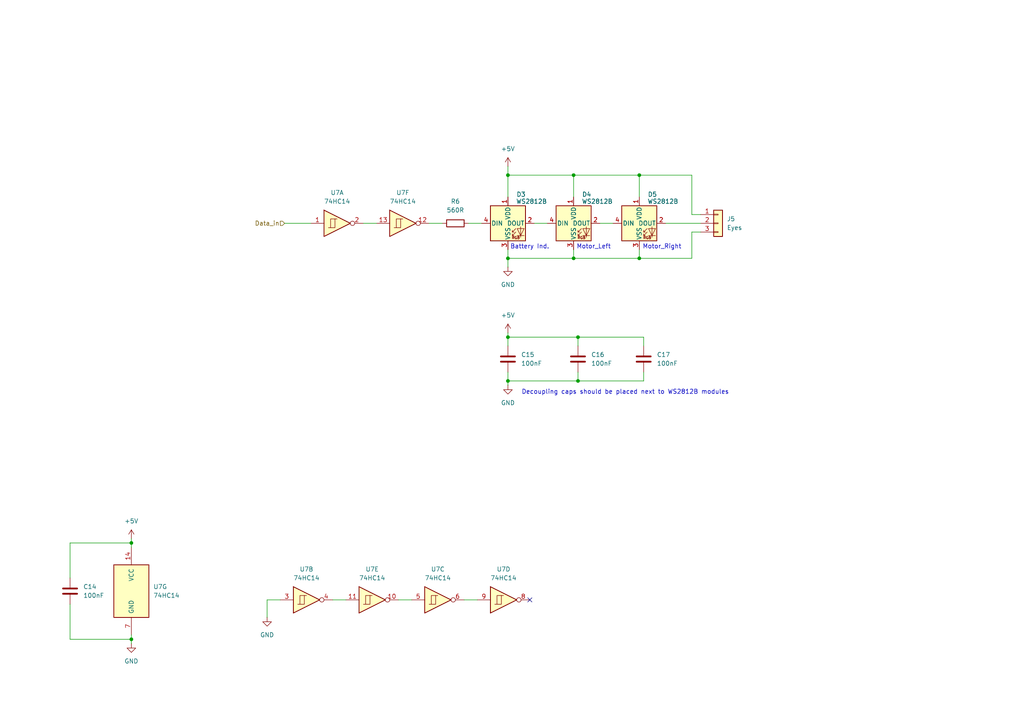
<source format=kicad_sch>
(kicad_sch (version 20231120) (generator "eeschema") (generator_version "8.0")
  (paper "A4")
  (title_block (title "Valiant Turtle 2 - WS2812 Driver") (date "2024-09-27") (rev "1_1") (company "https://www.waitingforfriday.com") (comment 1 "(c) 2024 Simon Inns") (comment 2 "License: Attribution-ShareAlike 4.0 International (CC BY-SA 4.0)"))
  (lib_symbols
    (symbol "74xx:74HC14" (pin_names (offset 1.016))
      (property "Reference" "U" (at 0 1.27 0))
      (property "Value" "74HC14" (at 0 -1.27 0))
      (symbol "74HC14_1_0"
        (polyline (pts (xy -3.81 3.81) (xy -3.81 -3.81) (xy 3.81 0) (xy -3.81 3.81)) (stroke (width 0.254)) (fill (type background)))
        (pin input line (at -7.62 0 0) (length 3.81) (name "~") (number "1"))
        (pin output inverted (at 7.62 0 180) (length 3.81) (name "~") (number "2"))
      )
      (symbol "74HC14_1_1"
        (polyline (pts (xy -1.905 -1.27) (xy -1.905 1.27) (xy -0.635 1.27)))
        (polyline (pts (xy -2.54 -1.27) (xy -0.635 -1.27) (xy -0.635 1.27) (xy 0 1.27)))
      )
      (symbol "74HC14_2_0"
        (polyline (pts (xy -3.81 3.81) (xy -3.81 -3.81) (xy 3.81 0) (xy -3.81 3.81)) (stroke (width 0.254)) (fill (type background)))
        (pin input line (at -7.62 0 0) (length 3.81) (name "~") (number "3"))
        (pin output inverted (at 7.62 0 180) (length 3.81) (name "~") (number "4"))
      )
      (symbol "74HC14_2_1"
        (polyline (pts (xy -1.905 -1.27) (xy -1.905 1.27) (xy -0.635 1.27)))
        (polyline (pts (xy -2.54 -1.27) (xy -0.635 -1.27) (xy -0.635 1.27) (xy 0 1.27)))
      )
      (symbol "74HC14_3_0"
        (polyline (pts (xy -3.81 3.81) (xy -3.81 -3.81) (xy 3.81 0) (xy -3.81 3.81)) (stroke (width 0.254)) (fill (type background)))
        (pin input line (at -7.62 0 0) (length 3.81) (name "~") (number "5"))
        (pin output inverted (at 7.62 0 180) (length 3.81) (name "~") (number "6"))
      )
      (symbol "74HC14_3_1"
        (polyline (pts (xy -1.905 -1.27) (xy -1.905 1.27) (xy -0.635 1.27)))
        (polyline (pts (xy -2.54 -1.27) (xy -0.635 -1.27) (xy -0.635 1.27) (xy 0 1.27)))
      )
      (symbol "74HC14_4_0"
        (polyline (pts (xy -3.81 3.81) (xy -3.81 -3.81) (xy 3.81 0) (xy -3.81 3.81)) (stroke (width 0.254)) (fill (type background)))
        (pin output inverted (at 7.62 0 180) (length 3.81) (name "~") (number "8"))
        (pin input line (at -7.62 0 0) (length 3.81) (name "~") (number "9"))
      )
      (symbol "74HC14_4_1"
        (polyline (pts (xy -1.905 -1.27) (xy -1.905 1.27) (xy -0.635 1.27)))
        (polyline (pts (xy -2.54 -1.27) (xy -0.635 -1.27) (xy -0.635 1.27) (xy 0 1.27)))
      )
      (symbol "74HC14_5_0"
        (polyline (pts (xy -3.81 3.81) (xy -3.81 -3.81) (xy 3.81 0) (xy -3.81 3.81)) (stroke (width 0.254)) (fill (type background)))
        (pin output inverted (at 7.62 0 180) (length 3.81) (name "~") (number "10"))
        (pin input line (at -7.62 0 0) (length 3.81) (name "~") (number "11"))
      )
      (symbol "74HC14_5_1"
        (polyline (pts (xy -1.905 -1.27) (xy -1.905 1.27) (xy -0.635 1.27)))
        (polyline (pts (xy -2.54 -1.27) (xy -0.635 -1.27) (xy -0.635 1.27) (xy 0 1.27)))
      )
      (symbol "74HC14_6_0"
        (polyline (pts (xy -3.81 3.81) (xy -3.81 -3.81) (xy 3.81 0) (xy -3.81 3.81)) (stroke (width 0.254)) (fill (type background)))
        (pin output inverted (at 7.62 0 180) (length 3.81) (name "~") (number "12"))
        (pin input line (at -7.62 0 0) (length 3.81) (name "~") (number "13"))
      )
      (symbol "74HC14_6_1"
        (polyline (pts (xy -1.905 -1.27) (xy -1.905 1.27) (xy -0.635 1.27)))
        (polyline (pts (xy -2.54 -1.27) (xy -0.635 -1.27) (xy -0.635 1.27) (xy 0 1.27)))
      )
      (symbol "74HC14_7_0"
        (pin power_in line (at 0 12.7 270) (length 5.08) (name "VCC") (number "14"))
        (pin power_in line (at 0 -12.7 90) (length 5.08) (name "GND") (number "7"))
      )
      (symbol "74HC14_7_1"
        (rectangle (start -5.08 7.62) (end 5.08 -7.62) (stroke (width 0.254)) (fill (type background)))
      )
    )
    (symbol "Connector_Generic:Conn_01x03" (pin_names (offset 1.016) hide)
      (property "Reference" "J" (at 0 5.08 0))
      (property "Value" "Conn_01x03" (at 0 -5.08 0))
      (symbol "Conn_01x03_1_1"
        (rectangle (start -1.27 -2.413) (end 0 -2.667) (stroke (width 0.1524)))
        (rectangle (start -1.27 0.127) (end 0 -0.127) (stroke (width 0.1524)))
        (rectangle (start -1.27 2.667) (end 0 2.413) (stroke (width 0.1524)))
        (rectangle (start -1.27 3.81) (end 1.27 -3.81) (stroke (width 0.254)) (fill (type background)))
        (pin passive line (at -5.08 2.54 0) (length 3.81) (name "Pin_1") (number "1"))
        (pin passive line (at -5.08 0 0) (length 3.81) (name "Pin_2") (number "2"))
        (pin passive line (at -5.08 -2.54 0) (length 3.81) (name "Pin_3") (number "3"))
      )
    )
    (symbol "Device:C" (pin_numbers hide) (pin_names (offset 0.254))
      (property "Reference" "C" (at 0.635 2.54 0))
      (property "Value" "C" (at 0.635 -2.54 0))
      (symbol "C_0_1"
        (polyline (pts (xy -2.032 -0.762) (xy 2.032 -0.762)) (stroke (width 0.508)))
        (polyline (pts (xy -2.032 0.762) (xy 2.032 0.762)) (stroke (width 0.508)))
      )
      (symbol "C_1_1"
        (pin passive line (at 0 3.81 270) (length 2.794) (name "~") (number "1"))
        (pin passive line (at 0 -3.81 90) (length 2.794) (name "~") (number "2"))
      )
    )
    (symbol "Device:R" (pin_numbers hide) (pin_names (offset 0))
      (property "Reference" "R" (at 2.032 0 90))
      (property "Value" "R" (at 0 0 90))
      (symbol "R_0_1"
        (rectangle (start -1.016 -2.54) (end 1.016 2.54) (stroke (width 0.254)))
      )
      (symbol "R_1_1"
        (pin passive line (at 0 3.81 270) (length 1.27) (name "~") (number "1"))
        (pin passive line (at 0 -3.81 90) (length 1.27) (name "~") (number "2"))
      )
    )
    (symbol "LED:WS2812B" (pin_names (offset 0.254))
      (property "Reference" "D" (at 5.08 5.715 0))
      (property "Value" "WS2812B" (at 1.27 -5.715 0))
      (symbol "WS2812B_0_0"
        (text "RGB" (at 2.286 -4.191 0) (effects (font (size 0.762 0.762))))
      )
      (symbol "WS2812B_0_1"
        (polyline (pts (xy 1.27 -3.556) (xy 1.778 -3.556)))
        (polyline (pts (xy 1.27 -2.54) (xy 1.778 -2.54)))
        (polyline (pts (xy 4.699 -3.556) (xy 2.667 -3.556)))
        (polyline (pts (xy 2.286 -2.54) (xy 1.27 -3.556) (xy 1.27 -3.048)))
        (polyline (pts (xy 2.286 -1.524) (xy 1.27 -2.54) (xy 1.27 -2.032)))
        (polyline (pts (xy 3.683 -1.016) (xy 3.683 -3.556) (xy 3.683 -4.064)))
        (polyline (pts (xy 4.699 -1.524) (xy 2.667 -1.524) (xy 3.683 -3.556) (xy 4.699 -1.524)))
        (rectangle (start 5.08 5.08) (end -5.08 -5.08) (stroke (width 0.254)) (fill (type background)))
      )
      (symbol "WS2812B_1_1"
        (pin power_in line (at 0 7.62 270) (length 2.54) (name "VDD") (number "1"))
        (pin output line (at 7.62 0 180) (length 2.54) (name "DOUT") (number "2"))
        (pin power_in line (at 0 -7.62 90) (length 2.54) (name "VSS") (number "3"))
        (pin input line (at -7.62 0 0) (length 2.54) (name "DIN") (number "4"))
      )
    )
    (symbol "power:+5V" (power) (pin_names (offset 0))
      (property "Value" "+5V" (at 0 3.556 0))
      (symbol "+5V_0_1"
        (polyline (pts (xy -0.762 1.27) (xy 0 2.54)))
        (polyline (pts (xy 0 0) (xy 0 2.54)))
        (polyline (pts (xy 0 2.54) (xy 0.762 1.27)))
      )
      (symbol "+5V_1_1"
        (pin power_in line (at 0 0 90) (length 0) hide (name "+5V") (number "1"))
      )
    )
    (symbol "power:GND" (power) (pin_numbers hide) (pin_names (offset 0) hide)
      (property "Value" "GND" (at 0 -3.81 0))
      (symbol "GND_0_1"
        (polyline (pts (xy 0 0) (xy 0 -1.27) (xy 1.27 -1.27) (xy 0 -2.54) (xy -1.27 -1.27) (xy 0 -1.27)))
      )
      (symbol "GND_1_1"
        (pin power_in line (at 0 0 270) (length 0) (name "~") (number "1"))
      )
    )
  )
  (junction (at 167.64 110.49))
  (junction (at 167.64 97.79))
  (junction (at 166.37 74.93))
  (junction (at 147.32 50.8))
  (junction (at 147.32 74.93))
  (junction (at 185.42 74.93))
  (junction (at 147.32 97.79))
  (junction (at 185.42 50.8))
  (junction (at 147.32 110.49))
  (junction (at 38.1 185.42))
  (junction (at 166.37 50.8))
  (junction (at 38.1 157.48))
  (no_connect (at 153.67 173.99))
  (wire (pts (xy 200.66 50.8) (xy 185.42 50.8)))
  (wire (pts (xy 185.42 50.8) (xy 185.42 57.15)))
  (wire (pts (xy 147.32 96.52) (xy 147.32 97.79)))
  (wire (pts (xy 200.66 67.31) (xy 200.66 74.93)))
  (wire (pts (xy 147.32 50.8) (xy 147.32 57.15)))
  (wire (pts (xy 115.57 173.99) (xy 119.38 173.99)))
  (wire (pts (xy 147.32 74.93) (xy 166.37 74.93)))
  (wire (pts (xy 185.42 74.93) (xy 200.66 74.93)))
  (wire (pts (xy 38.1 157.48) (xy 38.1 158.75)))
  (wire (pts (xy 135.89 64.77) (xy 139.7 64.77)))
  (wire (pts (xy 147.32 72.39) (xy 147.32 74.93)))
  (wire (pts (xy 166.37 50.8) (xy 166.37 57.15)))
  (wire (pts (xy 82.55 64.77) (xy 90.17 64.77)))
  (wire (pts (xy 186.69 97.79) (xy 167.64 97.79)))
  (wire (pts (xy 147.32 107.95) (xy 147.32 110.49)))
  (wire (pts (xy 186.69 110.49) (xy 167.64 110.49)))
  (wire (pts (xy 20.32 185.42) (xy 38.1 185.42)))
  (wire (pts (xy 167.64 97.79) (xy 167.64 100.33)))
  (wire (pts (xy 147.32 74.93) (xy 147.32 77.47)))
  (wire (pts (xy 38.1 184.15) (xy 38.1 185.42)))
  (wire (pts (xy 167.64 110.49) (xy 147.32 110.49)))
  (wire (pts (xy 154.94 64.77) (xy 158.75 64.77)))
  (wire (pts (xy 38.1 156.21) (xy 38.1 157.48)))
  (wire (pts (xy 200.66 50.8) (xy 200.66 62.23)))
  (wire (pts (xy 200.66 62.23) (xy 203.2 62.23)))
  (wire (pts (xy 105.41 64.77) (xy 109.22 64.77)))
  (wire (pts (xy 186.69 100.33) (xy 186.69 97.79)))
  (wire (pts (xy 166.37 72.39) (xy 166.37 74.93)))
  (wire (pts (xy 20.32 157.48) (xy 38.1 157.48)))
  (wire (pts (xy 193.04 64.77) (xy 203.2 64.77)))
  (wire (pts (xy 166.37 50.8) (xy 147.32 50.8)))
  (wire (pts (xy 186.69 107.95) (xy 186.69 110.49)))
  (wire (pts (xy 147.32 48.26) (xy 147.32 50.8)))
  (wire (pts (xy 96.52 173.99) (xy 100.33 173.99)))
  (wire (pts (xy 147.32 110.49) (xy 147.32 111.76)))
  (wire (pts (xy 20.32 175.26) (xy 20.32 185.42)))
  (wire (pts (xy 147.32 97.79) (xy 147.32 100.33)))
  (wire (pts (xy 167.64 107.95) (xy 167.64 110.49)))
  (wire (pts (xy 134.62 173.99) (xy 138.43 173.99)))
  (wire (pts (xy 81.28 173.99) (xy 77.47 173.99)))
  (wire (pts (xy 124.46 64.77) (xy 128.27 64.77)))
  (wire (pts (xy 77.47 173.99) (xy 77.47 179.07)))
  (wire (pts (xy 20.32 167.64) (xy 20.32 157.48)))
  (wire (pts (xy 167.64 97.79) (xy 147.32 97.79)))
  (wire (pts (xy 38.1 185.42) (xy 38.1 186.69)))
  (wire (pts (xy 173.99 64.77) (xy 177.8 64.77)))
  (wire (pts (xy 166.37 74.93) (xy 185.42 74.93)))
  (wire (pts (xy 185.42 50.8) (xy 166.37 50.8)))
  (wire (pts (xy 203.2 67.31) (xy 200.66 67.31)))
  (wire (pts (xy 185.42 72.39) (xy 185.42 74.93)))
  (text "Motor_Right" (at 192.024 71.628 0) (effects (font (size 1.27 1.27))))
  (text "Motor_Left" (at 172.212 71.628 0) (effects (font (size 1.27 1.27))))
  (text "Battery Ind." (at 153.67 71.628 0) (effects (font (size 1.27 1.27))))
  (text "Decoupling caps should be placed next to WS2812B modules" (at 181.356 113.792 0) (effects (font (size 1.27 1.27))))
  (hierarchical_label "Data_in" (shape input) (at 82.55 64.77 180))
  (symbol (lib_id "power:GND") (at 38.1 186.69 0) (unit 1)
    (property "Reference" "#PWR017" (effects (hide yes)))
    (property "Value" "GND" (at 38.1 191.77 0))
  )
  (symbol (lib_id "74xx:74HC14") (at 107.95 173.99 0) (unit 5)
    (property "Reference" "U7" (at 107.95 165.1 0))
    (property "Value" "74HC14" (at 107.95 167.64 0))
    (property "Datasheet" "http://www.ti.com/lit/gpn/sn74HC14" (effects (hide yes)))
    (property "Description" "Hex inverter schmitt trigger" (effects (hide yes)))
  )
  (symbol (lib_id "LED:WS2812B") (at 166.37 64.77 0) (unit 1)
    (property "Reference" "D4" (at 170.18 56.388 0))
    (property "Value" "WS2812B" (at 173.228 58.42 0))
    (property "Footprint" "LED_SMD:LED_WS2812B_PLCC4_5.0x5.0mm_P3.2mm" (effects (hide yes)))
    (property "Datasheet" "https://cdn-shop.adafruit.com/datasheets/WS2812B.pdf" (effects (hide yes)))
    (property "Description" "RGB LED with integrated controller" (effects (hide yes)))
  )
  (symbol (lib_id "power:+5V") (at 147.32 48.26 0) (unit 1)
    (property "Reference" "#PWR01" (effects (hide yes)))
    (property "Value" "+5V" (at 147.32 43.18 0))
  )
  (symbol (lib_id "74xx:74HC14") (at 97.79 64.77 0) (unit 1)
    (property "Reference" "U7" (at 97.79 55.88 0))
    (property "Value" "74HC14" (at 97.79 58.42 0))
    (property "Datasheet" "http://www.ti.com/lit/gpn/sn74HC14" (effects (hide yes)))
    (property "Description" "Hex inverter schmitt trigger" (effects (hide yes)))
  )
  (symbol (lib_id "Device:R") (at 132.08 64.77 90) (unit 1)
    (property "Reference" "R6" (at 132.08 58.42 90))
    (property "Value" "560R" (at 132.08 60.96 90))
    (property "Description" "Resistor" (effects (hide yes)))
  )
  (symbol (lib_id "LED:WS2812B") (at 147.32 64.77 0) (unit 1)
    (property "Reference" "D3" (at 151.13 56.388 0))
    (property "Value" "WS2812B" (at 154.178 58.42 0))
    (property "Footprint" "LED_SMD:LED_WS2812B_PLCC4_5.0x5.0mm_P3.2mm" (effects (hide yes)))
    (property "Datasheet" "https://cdn-shop.adafruit.com/datasheets/WS2812B.pdf" (effects (hide yes)))
    (property "Description" "RGB LED with integrated controller" (effects (hide yes)))
  )
  (symbol (lib_id "74xx:74HC14") (at 127 173.99 0) (unit 3)
    (property "Reference" "U7" (at 127 165.1 0))
    (property "Value" "74HC14" (at 127 167.64 0))
    (property "Datasheet" "http://www.ti.com/lit/gpn/sn74HC14" (effects (hide yes)))
    (property "Description" "Hex inverter schmitt trigger" (effects (hide yes)))
  )
  (symbol (lib_id "Device:C") (at 167.64 104.14 0) (unit 1)
    (property "Reference" "C16" (at 171.45 102.8699 0) (effects (justify left)))
    (property "Value" "100nF" (at 171.45 105.4099 0) (effects (justify left)))
    (property "Description" "Unpolarized capacitor" (effects (hide yes)))
  )
  (symbol (lib_id "74xx:74HC14") (at 116.84 64.77 0) (unit 6)
    (property "Reference" "U7" (at 116.84 55.88 0))
    (property "Value" "74HC14" (at 116.84 58.42 0))
    (property "Datasheet" "http://www.ti.com/lit/gpn/sn74HC14" (effects (hide yes)))
    (property "Description" "Hex inverter schmitt trigger" (effects (hide yes)))
  )
  (symbol (lib_id "Device:C") (at 20.32 171.45 0) (unit 1)
    (property "Reference" "C14" (at 24.13 170.1799 0) (effects (justify left)))
    (property "Value" "100nF" (at 24.13 172.7199 0) (effects (justify left)))
    (property "Description" "Unpolarized capacitor" (effects (hide yes)))
  )
  (symbol (lib_id "74xx:74HC14") (at 146.05 173.99 0) (unit 4)
    (property "Reference" "U7" (at 146.05 165.1 0))
    (property "Value" "74HC14" (at 146.05 167.64 0))
    (property "Datasheet" "http://www.ti.com/lit/gpn/sn74HC14" (effects (hide yes)))
    (property "Description" "Hex inverter schmitt trigger" (effects (hide yes)))
  )
  (symbol (lib_id "power:+5V") (at 147.32 96.52 0) (unit 1)
    (property "Reference" "#PWR034" (effects (hide yes)))
    (property "Value" "+5V" (at 147.32 91.44 0))
  )
  (symbol (lib_id "power:GND") (at 147.32 77.47 0) (unit 1)
    (property "Reference" "#PWR035" (effects (hide yes)))
    (property "Value" "GND" (at 147.32 82.55 0))
  )
  (symbol (lib_id "power:GND") (at 147.32 111.76 0) (unit 1)
    (property "Reference" "#PWR039" (effects (hide yes)))
    (property "Value" "GND" (at 147.32 116.84 0))
  )
  (symbol (lib_id "74xx:74HC14") (at 38.1 171.45 0) (unit 7)
    (property "Reference" "U7" (at 44.45 170.1799 0) (effects (justify left)))
    (property "Value" "74HC14" (at 44.45 172.7199 0) (effects (justify left)))
    (property "Datasheet" "http://www.ti.com/lit/gpn/sn74HC14" (effects (hide yes)))
    (property "Description" "Hex inverter schmitt trigger" (effects (hide yes)))
  )
  (symbol (lib_id "power:GND") (at 77.47 179.07 0) (unit 1)
    (property "Reference" "#PWR016" (effects (hide yes)))
    (property "Value" "GND" (at 77.47 184.15 0))
    (property "Description" "Power symbol creates a global label with name \"GND\" , ground" (effects (hide yes)))
  )
  (symbol (lib_id "Device:C") (at 147.32 104.14 0) (unit 1)
    (property "Reference" "C15" (at 151.13 102.8699 0) (effects (justify left)))
    (property "Value" "100nF" (at 151.13 105.4099 0) (effects (justify left)))
    (property "Description" "Unpolarized capacitor" (effects (hide yes)))
  )
  (symbol (lib_id "Connector_Generic:Conn_01x03") (at 208.28 64.77 0) (unit 1)
    (property "Reference" "J5" (at 210.82 63.4999 0) (effects (justify left)))
    (property "Value" "Eyes" (at 210.82 66.0399 0) (effects (justify left)))
    (property "Footprint" "Connector_PinHeader_2.54mm:PinHeader_1x03_P2.54mm_Vertical" (effects (hide yes)))
  )
  (symbol (lib_id "power:+5V") (at 38.1 156.21 0) (unit 1)
    (property "Reference" "#PWR07" (effects (hide yes)))
    (property "Value" "+5V" (at 38.1 151.13 0))
  )
  (symbol (lib_id "LED:WS2812B") (at 185.42 64.77 0) (unit 1)
    (property "Reference" "D5" (at 189.23 56.388 0))
    (property "Value" "WS2812B" (at 192.278 58.42 0))
    (property "Footprint" "LED_SMD:LED_WS2812B_PLCC4_5.0x5.0mm_P3.2mm" (effects (hide yes)))
    (property "Datasheet" "https://cdn-shop.adafruit.com/datasheets/WS2812B.pdf" (effects (hide yes)))
    (property "Description" "RGB LED with integrated controller" (effects (hide yes)))
  )
  (symbol (lib_id "74xx:74HC14") (at 88.9 173.99 0) (unit 2)
    (property "Reference" "U7" (at 88.9 165.1 0))
    (property "Value" "74HC14" (at 88.9 167.64 0))
    (property "Datasheet" "http://www.ti.com/lit/gpn/sn74HC14" (effects (hide yes)))
    (property "Description" "Hex inverter schmitt trigger" (effects (hide yes)))
  )
  (symbol (lib_id "Device:C") (at 186.69 104.14 0) (unit 1)
    (property "Reference" "C17" (at 190.5 102.8699 0) (effects (justify left)))
    (property "Value" "100nF" (at 190.5 105.4099 0) (effects (justify left)))
    (property "Description" "Unpolarized capacitor" (effects (hide yes)))
  )
)
</source>
